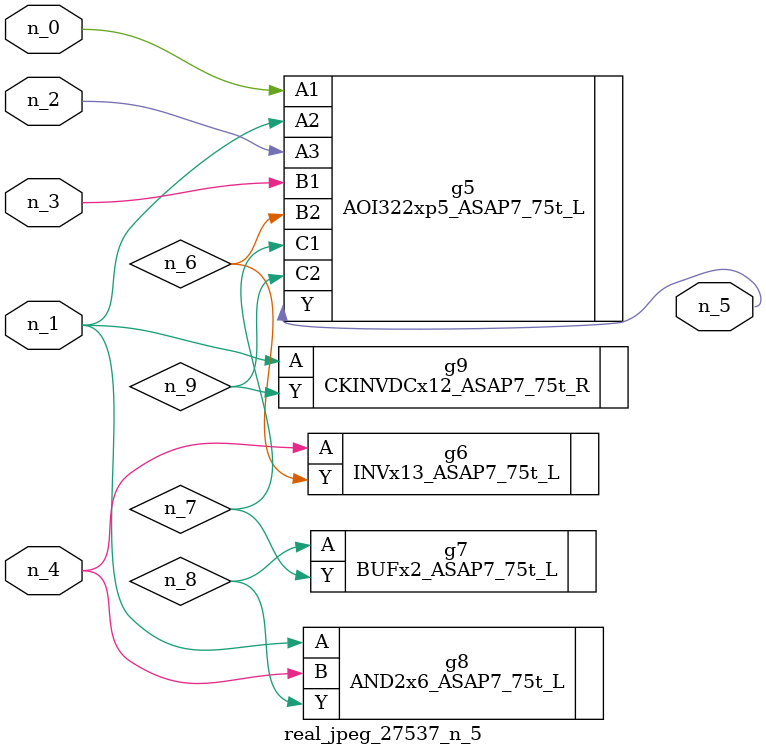
<source format=v>
module real_jpeg_27537_n_5 (n_4, n_0, n_1, n_2, n_3, n_5);

input n_4;
input n_0;
input n_1;
input n_2;
input n_3;

output n_5;

wire n_8;
wire n_6;
wire n_7;
wire n_9;

AOI322xp5_ASAP7_75t_L g5 ( 
.A1(n_0),
.A2(n_1),
.A3(n_2),
.B1(n_3),
.B2(n_6),
.C1(n_7),
.C2(n_9),
.Y(n_5)
);

AND2x6_ASAP7_75t_L g8 ( 
.A(n_1),
.B(n_4),
.Y(n_8)
);

CKINVDCx12_ASAP7_75t_R g9 ( 
.A(n_1),
.Y(n_9)
);

INVx13_ASAP7_75t_L g6 ( 
.A(n_4),
.Y(n_6)
);

BUFx2_ASAP7_75t_L g7 ( 
.A(n_8),
.Y(n_7)
);


endmodule
</source>
